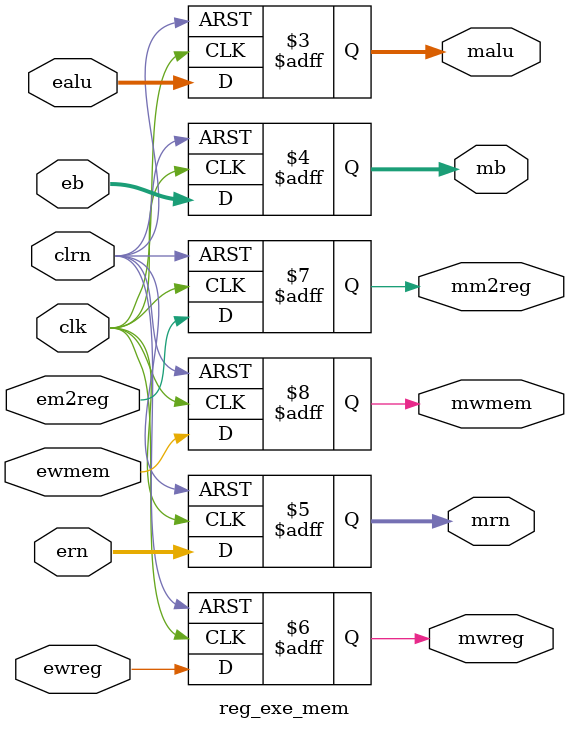
<source format=v>
module reg_exe_mem(ewreg,em2reg,ewmem,
						 ealu,eb,ern,
						 clk,clrn,
						 mwreg,mm2reg,mwmem,
						 malu,mb,mrn);
	input[31:0] ealu,eb;
	input[4:0] ern;
	input ewreg,em2reg,ewmem,clk,clrn;
	
	output reg[31:0] malu,mb;
	output reg[4:0] mrn;
	output reg mwreg,mm2reg,mwmem;
	
	always@(negedge clrn or posedge clk)
	if(clrn == 0)begin
		mwreg <= 0;
		mm2reg <= 0;
		mwmem <= 0;
		malu <= 0;
		mb <= 0;
		mrn <= 0;
	end
	else begin
		mwreg <= ewreg;
		mm2reg <= em2reg;
		mwmem <= ewmem;
		malu <= ealu;
		mb <= eb;
		mrn <= ern;
	end
endmodule
</source>
